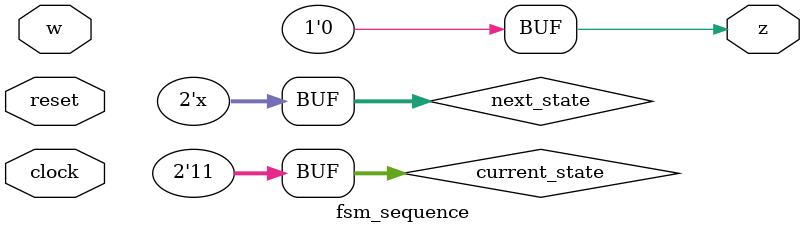
<source format=v>

module fsm_sequence(
    clock,  // Clock input of the synchronous sequential design
    reset,  // Active high, synchronous reset input
    w,      // Serial sequence of input bits
    z       // Output of the fsm
);

    //----------------- INPUT PORTS -----------------------------
    input wire clock;
    input wire reset;
    input wire w;

    //----------------- OUTPUT PORTS ----------------------------
    output reg z;

    //----------------- INTERNAL VARIABLES ----------------------
    reg [1:0] current_state;
    reg [1:0] next_state;

    //----------------- FSM STATES ------------------------------
    parameter [1:0] STATE_A = 2'b11;
    parameter [1:0] STATE_B = 2'b00;
    parameter [1:0] STATE_C = 2'b01;
    parameter [1:0] STATE_D = 2'b10;

    /* Initialization of the FSM */ 
    initial begin: INITIALIZATION
        current_state = STATE_A;
        next_state = STATE_A;
    end
    
    /* Combinational part of the FSM, calculates the next state and the output */
    always @ (current_state or w) begin: COMBINATIONAL_CODE
        next_state = current_state;

        case(current_state)
            /* Current state is STATE_A, which is the next state?*/
            STATE_A: begin
                z = 0;
                if (w == 1) begin
                    next_state = STATE_B;
                end else begin
                    next_state = STATE_A;
                end
            end

            /* Current state is STATE_A, which is the next state?*/
            STATE_B: begin
                z = 0;
                if (w == 1) begin
                    next_state = STATE_C;
                end else begin
                    next_state = STATE_A;
                end
            end

            /* Current state is STATE_A, which is the next state?*/
            STATE_C: begin
                z = 0;
                if (w == 0) begin
                    next_state = STATE_D;
                end else begin
                    next_state = STATE_C;
                end
            end

            /* Current state is STATE_A, which is the next state?*/
            STATE_D: begin
                next_state = STATE_A;
                z = w;
            end

            /* Error, not defined the state, go to reset */
            default: begin
                current_state = STATE_A;
                z = 0;
            end
        endcase
    end

    /* Sequential part of the FSM, updates the next state of the FSM */
    always @(posedge clock) begin: SEQUENTIAL_CODE
        if (reset) begin
            current_state = STATE_A;
        end else begin
            current_state = next_state;
        end
    end

endmodule
</source>
